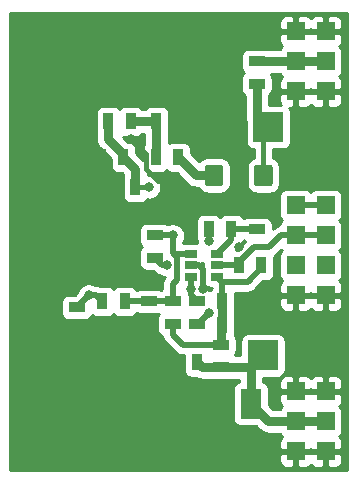
<source format=gbr>
G04 #@! TF.GenerationSoftware,KiCad,Pcbnew,(6.0.0-rc1-dev-1606-g4cd41e394)*
G04 #@! TF.CreationDate,2019-02-20T22:55:41+01:00
G04 #@! TF.ProjectId,AIRDOSC01A_PCB01A,41495244-4f53-4433-9031-415f50434230,rev?*
G04 #@! TF.SameCoordinates,Original*
G04 #@! TF.FileFunction,Copper,L2,Bot*
G04 #@! TF.FilePolarity,Positive*
%FSLAX46Y46*%
G04 Gerber Fmt 4.6, Leading zero omitted, Abs format (unit mm)*
G04 Created by KiCad (PCBNEW (6.0.0-rc1-dev-1606-g4cd41e394)) date 20.02.2019 22:55:41*
%MOMM*%
%LPD*%
G04 APERTURE LIST*
%ADD10R,1.524000X1.524000*%
%ADD11R,2.550160X2.499360*%
%ADD12R,0.889000X1.397000*%
%ADD13R,1.397000X0.889000*%
%ADD14C,1.500000*%
%ADD15C,1.300000*%
%ADD16C,1.575000*%
%ADD17R,1.800000X2.500000*%
%ADD18C,6.000000*%
%ADD19R,1.060000X0.650000*%
%ADD20C,0.800000*%
%ADD21C,0.800000*%
%ADD22C,0.400000*%
%ADD23C,0.500000*%
%ADD24C,0.254000*%
G04 APERTURE END LIST*
D10*
X27686000Y2540000D03*
X25146000Y2540000D03*
X25146000Y5080000D03*
X27686000Y5080000D03*
X25146000Y7620000D03*
X27686000Y7620000D03*
X27686000Y15748000D03*
X25146000Y15748000D03*
X27686000Y18288000D03*
X25146000Y18288000D03*
X27686000Y20828000D03*
X25146000Y20828000D03*
X27686000Y23368000D03*
X25146000Y23368000D03*
X27686000Y33020000D03*
X25146000Y33020000D03*
X27686000Y35560000D03*
X25146000Y35560000D03*
X27686000Y38100000D03*
X25146000Y38100000D03*
D11*
X22367240Y10668000D03*
X27416760Y10668000D03*
X22829520Y29987240D03*
X17780000Y29987240D03*
D12*
X10668000Y15240000D03*
X8763000Y15240000D03*
D13*
X12700000Y15240000D03*
X12700000Y13335000D03*
X14732000Y13335000D03*
X14732000Y15240000D03*
X16764000Y13335000D03*
X16764000Y15240000D03*
D12*
X18923000Y15240000D03*
X20828000Y15240000D03*
X18923000Y13208000D03*
X20828000Y13208000D03*
X16764000Y10096500D03*
X14859000Y10096500D03*
D13*
X18796000Y11557000D03*
X18796000Y9652000D03*
X6604000Y12827000D03*
X6604000Y14732000D03*
X13208000Y18923000D03*
X13208000Y20828000D03*
D12*
X22225000Y18288000D03*
X20320000Y18288000D03*
X17780000Y21336000D03*
X19685000Y21336000D03*
D13*
X21844000Y21336000D03*
X21844000Y23241000D03*
X21844000Y33655000D03*
X21844000Y35560000D03*
D12*
X10541000Y27432000D03*
X8636000Y27432000D03*
X11557000Y24892000D03*
X9652000Y24892000D03*
X13271500Y27432000D03*
X15176500Y27432000D03*
X13335000Y30480000D03*
X15240000Y30480000D03*
X9271000Y30480000D03*
X11176000Y30480000D03*
D14*
X20320000Y25908000D03*
D15*
G36*
X21070000Y27408000D02*
G01*
X21070000Y24408000D01*
X19570000Y24408000D01*
X19570000Y27408000D01*
X21070000Y27408000D01*
X21070000Y27408000D01*
G37*
G36*
X18794121Y26806794D02*
G01*
X18818430Y26803188D01*
X18842270Y26797217D01*
X18865408Y26788938D01*
X18887625Y26778430D01*
X18908704Y26765796D01*
X18928443Y26751156D01*
X18946652Y26734652D01*
X18963156Y26716443D01*
X18977796Y26696704D01*
X18990430Y26675625D01*
X19000938Y26653408D01*
X19009217Y26630270D01*
X19015188Y26606430D01*
X19018794Y26582121D01*
X19020000Y26557575D01*
X19020000Y25258425D01*
X19018794Y25233879D01*
X19015188Y25209570D01*
X19009217Y25185730D01*
X19000938Y25162592D01*
X18990430Y25140375D01*
X18977796Y25119296D01*
X18963156Y25099557D01*
X18946652Y25081348D01*
X18928443Y25064844D01*
X18908704Y25050204D01*
X18887625Y25037570D01*
X18865408Y25027062D01*
X18842270Y25018783D01*
X18818430Y25012812D01*
X18794121Y25009206D01*
X18769575Y25008000D01*
X17695425Y25008000D01*
X17670879Y25009206D01*
X17646570Y25012812D01*
X17622730Y25018783D01*
X17599592Y25027062D01*
X17577375Y25037570D01*
X17556296Y25050204D01*
X17536557Y25064844D01*
X17518348Y25081348D01*
X17501844Y25099557D01*
X17487204Y25119296D01*
X17474570Y25140375D01*
X17464062Y25162592D01*
X17455783Y25185730D01*
X17449812Y25209570D01*
X17446206Y25233879D01*
X17445000Y25258425D01*
X17445000Y26557575D01*
X17446206Y26582121D01*
X17449812Y26606430D01*
X17455783Y26630270D01*
X17464062Y26653408D01*
X17474570Y26675625D01*
X17487204Y26696704D01*
X17501844Y26716443D01*
X17518348Y26734652D01*
X17536557Y26751156D01*
X17556296Y26765796D01*
X17577375Y26778430D01*
X17599592Y26788938D01*
X17622730Y26797217D01*
X17646570Y26803188D01*
X17670879Y26806794D01*
X17695425Y26808000D01*
X18769575Y26808000D01*
X18794121Y26806794D01*
X18794121Y26806794D01*
G37*
D16*
X18232500Y25908000D03*
D15*
G36*
X22969505Y26806796D02*
G01*
X22993773Y26803196D01*
X23017572Y26797235D01*
X23040671Y26788970D01*
X23062850Y26778480D01*
X23083893Y26765868D01*
X23103599Y26751253D01*
X23121777Y26734777D01*
X23138253Y26716599D01*
X23152868Y26696893D01*
X23165480Y26675850D01*
X23175970Y26653671D01*
X23184235Y26630572D01*
X23190196Y26606773D01*
X23193796Y26582505D01*
X23195000Y26558001D01*
X23195000Y25257999D01*
X23193796Y25233495D01*
X23190196Y25209227D01*
X23184235Y25185428D01*
X23175970Y25162329D01*
X23165480Y25140150D01*
X23152868Y25119107D01*
X23138253Y25099401D01*
X23121777Y25081223D01*
X23103599Y25064747D01*
X23083893Y25050132D01*
X23062850Y25037520D01*
X23040671Y25027030D01*
X23017572Y25018765D01*
X22993773Y25012804D01*
X22969505Y25009204D01*
X22945001Y25008000D01*
X21869999Y25008000D01*
X21845495Y25009204D01*
X21821227Y25012804D01*
X21797428Y25018765D01*
X21774329Y25027030D01*
X21752150Y25037520D01*
X21731107Y25050132D01*
X21711401Y25064747D01*
X21693223Y25081223D01*
X21676747Y25099401D01*
X21662132Y25119107D01*
X21649520Y25140150D01*
X21639030Y25162329D01*
X21630765Y25185428D01*
X21624804Y25209227D01*
X21621204Y25233495D01*
X21620000Y25257999D01*
X21620000Y26558001D01*
X21621204Y26582505D01*
X21624804Y26606773D01*
X21630765Y26630572D01*
X21639030Y26653671D01*
X21649520Y26675850D01*
X21662132Y26696893D01*
X21676747Y26716599D01*
X21693223Y26734777D01*
X21711401Y26751253D01*
X21731107Y26765868D01*
X21752150Y26778480D01*
X21774329Y26788970D01*
X21797428Y26797235D01*
X21821227Y26803196D01*
X21845495Y26806796D01*
X21869999Y26808000D01*
X22945001Y26808000D01*
X22969505Y26806796D01*
X22969505Y26806796D01*
G37*
D16*
X22407500Y25908000D03*
D17*
X21336000Y6572000D03*
X21336000Y2572000D03*
D18*
X15240000Y5080000D03*
X15240000Y35560000D03*
D19*
X16256000Y17338000D03*
X16256000Y18288000D03*
X16256000Y19238000D03*
X18456000Y19238000D03*
X18456000Y17338000D03*
X18456000Y18288000D03*
D18*
X5080000Y5080000D03*
X5080000Y35560000D03*
D20*
X17272000Y16284502D03*
X13208000Y10160000D03*
X11684000Y10160000D03*
X10160000Y10160000D03*
X8636000Y10160000D03*
X7112000Y10160000D03*
X5588000Y10160000D03*
X22860000Y13208000D03*
X22860000Y14732000D03*
X27432000Y13208000D03*
X25908000Y13208000D03*
X24384000Y13208000D03*
X7112000Y27432000D03*
X7112000Y25908000D03*
X8128000Y24892000D03*
X19304000Y32512000D03*
X19304000Y34544000D03*
X19304000Y36068000D03*
X19304000Y38100000D03*
X19812000Y23368000D03*
X18288000Y23368000D03*
X16256000Y23368000D03*
X22860000Y16256000D03*
X7112000Y29464000D03*
X7112000Y30988000D03*
X20320000Y19812000D03*
X8636000Y13208000D03*
X10160000Y13208000D03*
X12700000Y11684000D03*
X25908000Y25908000D03*
X25908000Y27432000D03*
X25908000Y29464000D03*
X27940000Y29464000D03*
X27940000Y27432000D03*
X27940000Y25908000D03*
X9144000Y33020000D03*
X10668000Y33020000D03*
X14732000Y22860000D03*
X20828000Y38100000D03*
X22860000Y38100000D03*
X25908000Y30988000D03*
X27940000Y30988000D03*
X14732000Y25400000D03*
X11176000Y28956000D03*
X12700000Y24892000D03*
X14732000Y20828000D03*
X7620000Y15748000D03*
X17780000Y14224000D03*
X14224000Y18288000D03*
X16256000Y16256000D03*
X17780000Y20320000D03*
D21*
X21844000Y30972760D02*
X22829520Y29987240D01*
X21844000Y33655000D02*
X21844000Y30972760D01*
X22407500Y29565220D02*
X22829520Y29987240D01*
D22*
X22407500Y25908000D02*
X22407500Y29565220D01*
D23*
X17272000Y17987002D02*
X17272000Y16284502D01*
X16256000Y18288000D02*
X16971002Y18288000D01*
X16971002Y18288000D02*
X17272000Y17987002D01*
X14859000Y10096500D02*
X13271500Y10096500D01*
X13271500Y10096500D02*
X13208000Y10160000D01*
X11684000Y10160000D02*
X10160000Y10160000D01*
X8636000Y10160000D02*
X7112000Y10160000D01*
X20828000Y13208000D02*
X22860000Y13208000D01*
X27416760Y10668000D02*
X27416760Y13192760D01*
X27416760Y13192760D02*
X27432000Y13208000D01*
X25908000Y13208000D02*
X24384000Y13208000D01*
X8636000Y27432000D02*
X7112000Y27432000D01*
X7112000Y25908000D02*
X8128000Y24892000D01*
X17780000Y29987240D02*
X17780000Y30988000D01*
X17780000Y30988000D02*
X19304000Y32512000D01*
X19304000Y34544000D02*
X19304000Y36068000D01*
X21844000Y23241000D02*
X19939000Y23241000D01*
X19939000Y23241000D02*
X19812000Y23368000D01*
X18288000Y23368000D02*
X16256000Y23368000D01*
X22860000Y14732000D02*
X22860000Y16256000D01*
X7112000Y27432000D02*
X7112000Y29464000D01*
D22*
X12426999Y27705001D02*
X11176000Y28956000D01*
X12426999Y26413499D02*
X12426999Y27705001D01*
X14732000Y25400000D02*
X13440498Y25400000D01*
X13440498Y25400000D02*
X12426999Y26413499D01*
D21*
X16700500Y25908000D02*
X15176500Y27432000D01*
X18232500Y25908000D02*
X16700500Y25908000D01*
X27686000Y5080000D02*
X25146000Y5080000D01*
X22828000Y5080000D02*
X21336000Y6572000D01*
X25146000Y5080000D02*
X22828000Y5080000D01*
X21336000Y9636760D02*
X22367240Y10668000D01*
X21336000Y6572000D02*
X21336000Y9636760D01*
X21351240Y9652000D02*
X22367240Y10668000D01*
X18796000Y9652000D02*
X21351240Y9652000D01*
X17208500Y9652000D02*
X16764000Y10096500D01*
X18796000Y9652000D02*
X17208500Y9652000D01*
X13335000Y27495500D02*
X13271500Y27432000D01*
X13335000Y30480000D02*
X13335000Y27495500D01*
X11176000Y30480000D02*
X13335000Y30480000D01*
X10541000Y27686000D02*
X10541000Y27432000D01*
X9271000Y28956000D02*
X10541000Y27686000D01*
X9271000Y30480000D02*
X9271000Y28956000D01*
X11557000Y26416000D02*
X11557000Y24892000D01*
X10541000Y27432000D02*
X11557000Y26416000D01*
D22*
X12700000Y24892000D02*
X11557000Y24892000D01*
D21*
X18796000Y13081000D02*
X18923000Y13208000D01*
X18796000Y11557000D02*
X18796000Y13081000D01*
X18923000Y13208000D02*
X18923000Y15240000D01*
D23*
X18923000Y16871000D02*
X18456000Y17338000D01*
X18923000Y15240000D02*
X18923000Y16871000D01*
X22225000Y18034000D02*
X22225000Y18288000D01*
X21062000Y16871000D02*
X22225000Y18034000D01*
X18923000Y16871000D02*
X21062000Y16871000D01*
X17597500Y11557000D02*
X18796000Y11557000D01*
X15565500Y11557000D02*
X17597500Y11557000D01*
X14732000Y12390500D02*
X15565500Y11557000D01*
X14732000Y13335000D02*
X14732000Y12390500D01*
X13208000Y20828000D02*
X14732000Y20828000D01*
X27686000Y23368000D02*
X25146000Y23368000D01*
X14798000Y19238000D02*
X14732000Y19304000D01*
X16256000Y19238000D02*
X14798000Y19238000D01*
X14732000Y20828000D02*
X14732000Y19304000D01*
X15074001Y18961999D02*
X14732000Y19304000D01*
X15074001Y17034501D02*
X15074001Y18961999D01*
X10668000Y15240000D02*
X12700000Y15240000D01*
X12700000Y15240000D02*
X14732000Y15240000D01*
X14732000Y16692500D02*
X15074001Y17034501D01*
X14732000Y15240000D02*
X14732000Y16692500D01*
X8255000Y15748000D02*
X8763000Y15240000D01*
X7620000Y15748000D02*
X8255000Y15748000D01*
X6604000Y14732000D02*
X7620000Y15748000D01*
D21*
X27686000Y35560000D02*
X25146000Y35560000D01*
X25146000Y35560000D02*
X21844000Y35560000D01*
D23*
X16764000Y13335000D02*
X16891000Y13335000D01*
X16891000Y13335000D02*
X17780000Y14224000D01*
X18456000Y18288000D02*
X20320000Y18288000D01*
X27686000Y20828000D02*
X25146000Y20828000D01*
X25146000Y20828000D02*
X23884000Y20828000D01*
X21582000Y19804000D02*
X22860000Y19804000D01*
X20320000Y18542000D02*
X21582000Y19804000D01*
X20320000Y18288000D02*
X20320000Y18542000D01*
X23884000Y20828000D02*
X22860000Y19804000D01*
X13843000Y18288000D02*
X13208000Y18923000D01*
X14224000Y18288000D02*
X13843000Y18288000D01*
X19685000Y20467000D02*
X19685000Y21336000D01*
X18456000Y19238000D02*
X19685000Y20467000D01*
X19685000Y21336000D02*
X21844000Y21336000D01*
X16256000Y15748000D02*
X16764000Y15240000D01*
X16256000Y17338000D02*
X16256000Y16256000D01*
X16256000Y16256000D02*
X16256000Y15748000D01*
X17780000Y20320000D02*
X17780000Y21336000D01*
D24*
G36*
X29516000Y964000D02*
G01*
X950247Y964000D01*
X950697Y2254250D01*
X23749000Y2254250D01*
X23749000Y1715458D01*
X23773403Y1592777D01*
X23821270Y1477215D01*
X23890763Y1373211D01*
X23979211Y1284763D01*
X24083215Y1215270D01*
X24198777Y1167403D01*
X24321458Y1143000D01*
X24860250Y1143000D01*
X25019000Y1301750D01*
X25019000Y2413000D01*
X25273000Y2413000D01*
X25273000Y1301750D01*
X25431750Y1143000D01*
X25970542Y1143000D01*
X26093223Y1167403D01*
X26208785Y1215270D01*
X26312789Y1284763D01*
X26401237Y1373211D01*
X26416000Y1395305D01*
X26430763Y1373211D01*
X26519211Y1284763D01*
X26623215Y1215270D01*
X26738777Y1167403D01*
X26861458Y1143000D01*
X27400250Y1143000D01*
X27559000Y1301750D01*
X27559000Y2413000D01*
X27813000Y2413000D01*
X27813000Y1301750D01*
X27971750Y1143000D01*
X28510542Y1143000D01*
X28633223Y1167403D01*
X28748785Y1215270D01*
X28852789Y1284763D01*
X28941237Y1373211D01*
X29010730Y1477215D01*
X29058597Y1592777D01*
X29083000Y1715458D01*
X29083000Y2254250D01*
X28924250Y2413000D01*
X27813000Y2413000D01*
X27559000Y2413000D01*
X26447750Y2413000D01*
X26416000Y2381250D01*
X26384250Y2413000D01*
X25273000Y2413000D01*
X25019000Y2413000D01*
X23907750Y2413000D01*
X23749000Y2254250D01*
X950697Y2254250D01*
X955205Y15176500D01*
X5267428Y15176500D01*
X5267428Y14287500D01*
X5279688Y14163018D01*
X5315998Y14043320D01*
X5374963Y13933006D01*
X5454315Y13836315D01*
X5551006Y13756963D01*
X5661320Y13697998D01*
X5781018Y13661688D01*
X5905500Y13649428D01*
X7302500Y13649428D01*
X7426982Y13661688D01*
X7546680Y13697998D01*
X7656994Y13756963D01*
X7753685Y13836315D01*
X7833037Y13933006D01*
X7892002Y14043320D01*
X7898495Y14064726D01*
X7964006Y14010963D01*
X8074320Y13951998D01*
X8194018Y13915688D01*
X8318500Y13903428D01*
X9207500Y13903428D01*
X9331982Y13915688D01*
X9451680Y13951998D01*
X9561994Y14010963D01*
X9658685Y14090315D01*
X9715500Y14159544D01*
X9772315Y14090315D01*
X9869006Y14010963D01*
X9979320Y13951998D01*
X10099018Y13915688D01*
X10223500Y13903428D01*
X11112500Y13903428D01*
X11236982Y13915688D01*
X11356680Y13951998D01*
X11466994Y14010963D01*
X11563685Y14090315D01*
X11643037Y14187006D01*
X11676329Y14249289D01*
X11757320Y14205998D01*
X11877018Y14169688D01*
X12001500Y14157428D01*
X13398500Y14157428D01*
X13522982Y14169688D01*
X13535330Y14173434D01*
X13502963Y14133994D01*
X13443998Y14023680D01*
X13407688Y13903982D01*
X13395428Y13779500D01*
X13395428Y12890500D01*
X13407688Y12766018D01*
X13443998Y12646320D01*
X13502963Y12536006D01*
X13582315Y12439315D01*
X13679006Y12359963D01*
X13789320Y12300998D01*
X13853449Y12281545D01*
X13859805Y12217010D01*
X13910412Y12050187D01*
X13992590Y11896441D01*
X14075468Y11795454D01*
X14075471Y11795451D01*
X14103184Y11761683D01*
X14136951Y11733971D01*
X14908970Y10961951D01*
X14936683Y10928183D01*
X14970451Y10900470D01*
X14970453Y10900468D01*
X15014520Y10864303D01*
X15071441Y10817589D01*
X15225187Y10735411D01*
X15392010Y10684805D01*
X15522023Y10672000D01*
X15522033Y10672000D01*
X15565499Y10667719D01*
X15608966Y10672000D01*
X15681428Y10672000D01*
X15681428Y9398000D01*
X15693688Y9273518D01*
X15729998Y9153820D01*
X15788963Y9043506D01*
X15868315Y8946815D01*
X15965006Y8867463D01*
X16075320Y8808498D01*
X16195018Y8772188D01*
X16319500Y8759928D01*
X16681849Y8759928D01*
X16810507Y8691159D01*
X17005605Y8631976D01*
X17157662Y8617000D01*
X17157664Y8617000D01*
X17208500Y8611993D01*
X17259335Y8617000D01*
X17856610Y8617000D01*
X17973018Y8581688D01*
X18097500Y8569428D01*
X19494500Y8569428D01*
X19618982Y8581688D01*
X19735390Y8617000D01*
X20301001Y8617000D01*
X20301001Y8444622D01*
X20191820Y8411502D01*
X20081506Y8352537D01*
X19984815Y8273185D01*
X19905463Y8176494D01*
X19846498Y8066180D01*
X19810188Y7946482D01*
X19797928Y7822000D01*
X19797928Y5322000D01*
X19810188Y5197518D01*
X19846498Y5077820D01*
X19905463Y4967506D01*
X19984815Y4870815D01*
X20081506Y4791463D01*
X20191820Y4732498D01*
X20311518Y4696188D01*
X20436000Y4683928D01*
X21760361Y4683928D01*
X22060197Y4384092D01*
X22092604Y4344604D01*
X22132092Y4312197D01*
X22250202Y4215266D01*
X22346309Y4163896D01*
X22430007Y4119159D01*
X22625105Y4059976D01*
X22777162Y4045000D01*
X22777165Y4045000D01*
X22828000Y4039993D01*
X22878835Y4045000D01*
X23809903Y4045000D01*
X23853463Y3963506D01*
X23932815Y3866815D01*
X24001713Y3810272D01*
X23979211Y3795237D01*
X23890763Y3706789D01*
X23821270Y3602785D01*
X23773403Y3487223D01*
X23749000Y3364542D01*
X23749000Y2825750D01*
X23907750Y2667000D01*
X25019000Y2667000D01*
X25019000Y2687000D01*
X25273000Y2687000D01*
X25273000Y2667000D01*
X26384250Y2667000D01*
X26416000Y2698750D01*
X26447750Y2667000D01*
X27559000Y2667000D01*
X27559000Y2687000D01*
X27813000Y2687000D01*
X27813000Y2667000D01*
X28924250Y2667000D01*
X29083000Y2825750D01*
X29083000Y3364542D01*
X29058597Y3487223D01*
X29010730Y3602785D01*
X28941237Y3706789D01*
X28852789Y3795237D01*
X28830287Y3810272D01*
X28899185Y3866815D01*
X28978537Y3963506D01*
X29037502Y4073820D01*
X29073812Y4193518D01*
X29086072Y4318000D01*
X29086072Y5842000D01*
X29073812Y5966482D01*
X29037502Y6086180D01*
X28978537Y6196494D01*
X28899185Y6293185D01*
X28830287Y6349728D01*
X28852789Y6364763D01*
X28941237Y6453211D01*
X29010730Y6557215D01*
X29058597Y6672777D01*
X29083000Y6795458D01*
X29083000Y7334250D01*
X28924250Y7493000D01*
X27813000Y7493000D01*
X27813000Y7473000D01*
X27559000Y7473000D01*
X27559000Y7493000D01*
X26447750Y7493000D01*
X26416000Y7461250D01*
X26384250Y7493000D01*
X25273000Y7493000D01*
X25273000Y7473000D01*
X25019000Y7473000D01*
X25019000Y7493000D01*
X23907750Y7493000D01*
X23749000Y7334250D01*
X23749000Y6795458D01*
X23773403Y6672777D01*
X23821270Y6557215D01*
X23890763Y6453211D01*
X23979211Y6364763D01*
X24001713Y6349728D01*
X23932815Y6293185D01*
X23853463Y6196494D01*
X23809903Y6115000D01*
X23256711Y6115000D01*
X22874072Y6497639D01*
X22874072Y7822000D01*
X22861812Y7946482D01*
X22825502Y8066180D01*
X22766537Y8176494D01*
X22687185Y8273185D01*
X22590494Y8352537D01*
X22480180Y8411502D01*
X22371261Y8444542D01*
X23749000Y8444542D01*
X23749000Y7905750D01*
X23907750Y7747000D01*
X25019000Y7747000D01*
X25019000Y8858250D01*
X25273000Y8858250D01*
X25273000Y7747000D01*
X26384250Y7747000D01*
X26416000Y7778750D01*
X26447750Y7747000D01*
X27559000Y7747000D01*
X27559000Y8858250D01*
X27813000Y8858250D01*
X27813000Y7747000D01*
X28924250Y7747000D01*
X29083000Y7905750D01*
X29083000Y8444542D01*
X29058597Y8567223D01*
X29010730Y8682785D01*
X28941237Y8786789D01*
X28852789Y8875237D01*
X28748785Y8944730D01*
X28633223Y8992597D01*
X28510542Y9017000D01*
X27971750Y9017000D01*
X27813000Y8858250D01*
X27559000Y8858250D01*
X27400250Y9017000D01*
X26861458Y9017000D01*
X26738777Y8992597D01*
X26623215Y8944730D01*
X26519211Y8875237D01*
X26430763Y8786789D01*
X26416000Y8764695D01*
X26401237Y8786789D01*
X26312789Y8875237D01*
X26208785Y8944730D01*
X26093223Y8992597D01*
X25970542Y9017000D01*
X25431750Y9017000D01*
X25273000Y8858250D01*
X25019000Y8858250D01*
X24860250Y9017000D01*
X24321458Y9017000D01*
X24198777Y8992597D01*
X24083215Y8944730D01*
X23979211Y8875237D01*
X23890763Y8786789D01*
X23821270Y8682785D01*
X23773403Y8567223D01*
X23749000Y8444542D01*
X22371261Y8444542D01*
X22371000Y8444621D01*
X22371000Y8780248D01*
X23642320Y8780248D01*
X23766802Y8792508D01*
X23886500Y8828818D01*
X23996814Y8887783D01*
X24093505Y8967135D01*
X24172857Y9063826D01*
X24231822Y9174140D01*
X24268132Y9293838D01*
X24280392Y9418320D01*
X24280392Y11917680D01*
X24268132Y12042162D01*
X24231822Y12161860D01*
X24172857Y12272174D01*
X24093505Y12368865D01*
X23996814Y12448217D01*
X23886500Y12507182D01*
X23766802Y12543492D01*
X23642320Y12555752D01*
X21092160Y12555752D01*
X20967678Y12543492D01*
X20847980Y12507182D01*
X20737666Y12448217D01*
X20640975Y12368865D01*
X20561623Y12272174D01*
X20502658Y12161860D01*
X20466348Y12042162D01*
X20454088Y11917680D01*
X20454088Y10687000D01*
X19966764Y10687000D01*
X20025037Y10758006D01*
X20084002Y10868320D01*
X20120312Y10988018D01*
X20132572Y11112500D01*
X20132572Y12001500D01*
X20120312Y12125982D01*
X20084002Y12245680D01*
X20025037Y12355994D01*
X19994159Y12393619D01*
X20005572Y12509500D01*
X20005572Y13906500D01*
X19993312Y14030982D01*
X19958000Y14147390D01*
X19958000Y14300610D01*
X19993312Y14417018D01*
X20005572Y14541500D01*
X20005572Y15462250D01*
X23749000Y15462250D01*
X23749000Y14923458D01*
X23773403Y14800777D01*
X23821270Y14685215D01*
X23890763Y14581211D01*
X23979211Y14492763D01*
X24083215Y14423270D01*
X24198777Y14375403D01*
X24321458Y14351000D01*
X24860250Y14351000D01*
X25019000Y14509750D01*
X25019000Y15621000D01*
X25273000Y15621000D01*
X25273000Y14509750D01*
X25431750Y14351000D01*
X25970542Y14351000D01*
X26093223Y14375403D01*
X26208785Y14423270D01*
X26312789Y14492763D01*
X26401237Y14581211D01*
X26416000Y14603305D01*
X26430763Y14581211D01*
X26519211Y14492763D01*
X26623215Y14423270D01*
X26738777Y14375403D01*
X26861458Y14351000D01*
X27400250Y14351000D01*
X27559000Y14509750D01*
X27559000Y15621000D01*
X27813000Y15621000D01*
X27813000Y14509750D01*
X27971750Y14351000D01*
X28510542Y14351000D01*
X28633223Y14375403D01*
X28748785Y14423270D01*
X28852789Y14492763D01*
X28941237Y14581211D01*
X29010730Y14685215D01*
X29058597Y14800777D01*
X29083000Y14923458D01*
X29083000Y15462250D01*
X28924250Y15621000D01*
X27813000Y15621000D01*
X27559000Y15621000D01*
X26447750Y15621000D01*
X26416000Y15589250D01*
X26384250Y15621000D01*
X25273000Y15621000D01*
X25019000Y15621000D01*
X23907750Y15621000D01*
X23749000Y15462250D01*
X20005572Y15462250D01*
X20005572Y15938500D01*
X20000894Y15986000D01*
X21018531Y15986000D01*
X21062000Y15981719D01*
X21105469Y15986000D01*
X21105477Y15986000D01*
X21235490Y15998805D01*
X21402313Y16049411D01*
X21556059Y16131589D01*
X21690817Y16242183D01*
X21718534Y16275956D01*
X22394007Y16951428D01*
X22669500Y16951428D01*
X22793982Y16963688D01*
X22913680Y16999998D01*
X23023994Y17058963D01*
X23120685Y17138315D01*
X23200037Y17235006D01*
X23259002Y17345320D01*
X23295312Y17465018D01*
X23307572Y17589500D01*
X23307572Y18986500D01*
X23302591Y19037079D01*
X23354059Y19064589D01*
X23488817Y19175183D01*
X23516534Y19208956D01*
X23928117Y19620539D01*
X23932815Y19614815D01*
X24002044Y19558000D01*
X23932815Y19501185D01*
X23853463Y19404494D01*
X23794498Y19294180D01*
X23758188Y19174482D01*
X23745928Y19050000D01*
X23745928Y17526000D01*
X23758188Y17401518D01*
X23794498Y17281820D01*
X23853463Y17171506D01*
X23932815Y17074815D01*
X24001713Y17018272D01*
X23979211Y17003237D01*
X23890763Y16914789D01*
X23821270Y16810785D01*
X23773403Y16695223D01*
X23749000Y16572542D01*
X23749000Y16033750D01*
X23907750Y15875000D01*
X25019000Y15875000D01*
X25019000Y15895000D01*
X25273000Y15895000D01*
X25273000Y15875000D01*
X26384250Y15875000D01*
X26416000Y15906750D01*
X26447750Y15875000D01*
X27559000Y15875000D01*
X27559000Y15895000D01*
X27813000Y15895000D01*
X27813000Y15875000D01*
X28924250Y15875000D01*
X29083000Y16033750D01*
X29083000Y16572542D01*
X29058597Y16695223D01*
X29010730Y16810785D01*
X28941237Y16914789D01*
X28852789Y17003237D01*
X28830287Y17018272D01*
X28899185Y17074815D01*
X28978537Y17171506D01*
X29037502Y17281820D01*
X29073812Y17401518D01*
X29086072Y17526000D01*
X29086072Y19050000D01*
X29073812Y19174482D01*
X29037502Y19294180D01*
X28978537Y19404494D01*
X28899185Y19501185D01*
X28829956Y19558000D01*
X28899185Y19614815D01*
X28978537Y19711506D01*
X29037502Y19821820D01*
X29073812Y19941518D01*
X29086072Y20066000D01*
X29086072Y21590000D01*
X29073812Y21714482D01*
X29037502Y21834180D01*
X28978537Y21944494D01*
X28899185Y22041185D01*
X28829956Y22098000D01*
X28899185Y22154815D01*
X28978537Y22251506D01*
X29037502Y22361820D01*
X29073812Y22481518D01*
X29086072Y22606000D01*
X29086072Y24130000D01*
X29073812Y24254482D01*
X29037502Y24374180D01*
X28978537Y24484494D01*
X28899185Y24581185D01*
X28802494Y24660537D01*
X28692180Y24719502D01*
X28572482Y24755812D01*
X28448000Y24768072D01*
X26924000Y24768072D01*
X26799518Y24755812D01*
X26679820Y24719502D01*
X26569506Y24660537D01*
X26472815Y24581185D01*
X26416000Y24511956D01*
X26359185Y24581185D01*
X26262494Y24660537D01*
X26152180Y24719502D01*
X26032482Y24755812D01*
X25908000Y24768072D01*
X24384000Y24768072D01*
X24259518Y24755812D01*
X24139820Y24719502D01*
X24029506Y24660537D01*
X23932815Y24581185D01*
X23853463Y24484494D01*
X23794498Y24374180D01*
X23758188Y24254482D01*
X23745928Y24130000D01*
X23745928Y22606000D01*
X23758188Y22481518D01*
X23794498Y22361820D01*
X23853463Y22251506D01*
X23932815Y22154815D01*
X24002044Y22098000D01*
X23932815Y22041185D01*
X23853463Y21944494D01*
X23794498Y21834180D01*
X23758188Y21714482D01*
X23757234Y21704797D01*
X23710510Y21700195D01*
X23543686Y21649589D01*
X23389941Y21567411D01*
X23288953Y21484532D01*
X23288951Y21484530D01*
X23255183Y21456817D01*
X23227470Y21423049D01*
X23180572Y21376151D01*
X23180572Y21780500D01*
X23168312Y21904982D01*
X23132002Y22024680D01*
X23073037Y22134994D01*
X22993685Y22231685D01*
X22896994Y22311037D01*
X22786680Y22370002D01*
X22666982Y22406312D01*
X22542500Y22418572D01*
X21145500Y22418572D01*
X21021018Y22406312D01*
X20901320Y22370002D01*
X20791006Y22311037D01*
X20725495Y22257274D01*
X20719002Y22278680D01*
X20660037Y22388994D01*
X20580685Y22485685D01*
X20483994Y22565037D01*
X20373680Y22624002D01*
X20253982Y22660312D01*
X20129500Y22672572D01*
X19240500Y22672572D01*
X19116018Y22660312D01*
X18996320Y22624002D01*
X18886006Y22565037D01*
X18789315Y22485685D01*
X18732500Y22416456D01*
X18675685Y22485685D01*
X18578994Y22565037D01*
X18468680Y22624002D01*
X18348982Y22660312D01*
X18224500Y22672572D01*
X17335500Y22672572D01*
X17211018Y22660312D01*
X17091320Y22624002D01*
X16981006Y22565037D01*
X16884315Y22485685D01*
X16804963Y22388994D01*
X16745998Y22278680D01*
X16709688Y22158982D01*
X16697428Y22034500D01*
X16697428Y20637500D01*
X16709688Y20513018D01*
X16745000Y20396610D01*
X16745000Y20218061D01*
X16748379Y20201072D01*
X15726000Y20201072D01*
X15617000Y20190337D01*
X15617000Y20289546D01*
X15649205Y20337744D01*
X15727226Y20526102D01*
X15767000Y20726061D01*
X15767000Y20929939D01*
X15727226Y21129898D01*
X15649205Y21318256D01*
X15535937Y21487774D01*
X15391774Y21631937D01*
X15222256Y21745205D01*
X15033898Y21823226D01*
X14833939Y21863000D01*
X14630061Y21863000D01*
X14430102Y21823226D01*
X14301369Y21769903D01*
X14260994Y21803037D01*
X14150680Y21862002D01*
X14030982Y21898312D01*
X13906500Y21910572D01*
X12509500Y21910572D01*
X12385018Y21898312D01*
X12265320Y21862002D01*
X12155006Y21803037D01*
X12058315Y21723685D01*
X11978963Y21626994D01*
X11919998Y21516680D01*
X11883688Y21396982D01*
X11871428Y21272500D01*
X11871428Y20383500D01*
X11883688Y20259018D01*
X11919998Y20139320D01*
X11978963Y20029006D01*
X12058315Y19932315D01*
X12127544Y19875500D01*
X12058315Y19818685D01*
X11978963Y19721994D01*
X11919998Y19611680D01*
X11883688Y19491982D01*
X11871428Y19367500D01*
X11871428Y18478500D01*
X11883688Y18354018D01*
X11919998Y18234320D01*
X11978963Y18124006D01*
X12058315Y18027315D01*
X12155006Y17947963D01*
X12265320Y17888998D01*
X12385018Y17852688D01*
X12509500Y17840428D01*
X13038993Y17840428D01*
X13186470Y17692951D01*
X13214183Y17659183D01*
X13247951Y17631470D01*
X13247953Y17631468D01*
X13348941Y17548589D01*
X13502686Y17466411D01*
X13616416Y17431911D01*
X13663780Y17417543D01*
X13733744Y17370795D01*
X13922102Y17292774D01*
X14057634Y17265815D01*
X13992590Y17186559D01*
X13910412Y17032813D01*
X13859805Y16865990D01*
X13842719Y16692500D01*
X13847001Y16649021D01*
X13847001Y16291499D01*
X13789320Y16274002D01*
X13716000Y16234811D01*
X13642680Y16274002D01*
X13522982Y16310312D01*
X13398500Y16322572D01*
X12001500Y16322572D01*
X11877018Y16310312D01*
X11757320Y16274002D01*
X11676329Y16230711D01*
X11643037Y16292994D01*
X11563685Y16389685D01*
X11466994Y16469037D01*
X11356680Y16528002D01*
X11236982Y16564312D01*
X11112500Y16576572D01*
X10223500Y16576572D01*
X10099018Y16564312D01*
X9979320Y16528002D01*
X9869006Y16469037D01*
X9772315Y16389685D01*
X9715500Y16320456D01*
X9658685Y16389685D01*
X9561994Y16469037D01*
X9451680Y16528002D01*
X9331982Y16564312D01*
X9207500Y16576572D01*
X8572293Y16576572D01*
X8428490Y16620195D01*
X8298477Y16633000D01*
X8298469Y16633000D01*
X8255000Y16637281D01*
X8211531Y16633000D01*
X8158454Y16633000D01*
X8110256Y16665205D01*
X7921898Y16743226D01*
X7721939Y16783000D01*
X7518061Y16783000D01*
X7318102Y16743226D01*
X7129744Y16665205D01*
X6960226Y16551937D01*
X6816063Y16407774D01*
X6702795Y16238256D01*
X6624774Y16049898D01*
X6613465Y15993044D01*
X6434994Y15814572D01*
X5905500Y15814572D01*
X5781018Y15802312D01*
X5661320Y15766002D01*
X5551006Y15707037D01*
X5454315Y15627685D01*
X5374963Y15530994D01*
X5315998Y15420680D01*
X5279688Y15300982D01*
X5267428Y15176500D01*
X955205Y15176500D01*
X960787Y31178500D01*
X8188428Y31178500D01*
X8188428Y29781500D01*
X8200688Y29657018D01*
X8236001Y29540608D01*
X8236001Y29006837D01*
X8230994Y28956000D01*
X8250977Y28753105D01*
X8310160Y28558007D01*
X8406266Y28378203D01*
X8500157Y28263797D01*
X8535605Y28220604D01*
X8575092Y28188198D01*
X9458428Y27304861D01*
X9458428Y26733500D01*
X9470688Y26609018D01*
X9506998Y26489320D01*
X9565963Y26379006D01*
X9645315Y26282315D01*
X9742006Y26202963D01*
X9852320Y26143998D01*
X9972018Y26107688D01*
X10096500Y26095428D01*
X10413861Y26095428D01*
X10522000Y25987289D01*
X10522000Y25831391D01*
X10486688Y25714982D01*
X10474428Y25590500D01*
X10474428Y24193500D01*
X10486688Y24069018D01*
X10522998Y23949320D01*
X10581963Y23839006D01*
X10661315Y23742315D01*
X10758006Y23662963D01*
X10868320Y23603998D01*
X10988018Y23567688D01*
X11112500Y23555428D01*
X12001500Y23555428D01*
X12125982Y23567688D01*
X12245680Y23603998D01*
X12355994Y23662963D01*
X12452685Y23742315D01*
X12532037Y23839006D01*
X12547076Y23867141D01*
X12598061Y23857000D01*
X12801939Y23857000D01*
X13001898Y23896774D01*
X13190256Y23974795D01*
X13359774Y24088063D01*
X13503937Y24232226D01*
X13617205Y24401744D01*
X13695226Y24590102D01*
X13735000Y24790061D01*
X13735000Y24993939D01*
X13695226Y25193898D01*
X13617205Y25382256D01*
X13503937Y25551774D01*
X13359774Y25695937D01*
X13190256Y25809205D01*
X13001898Y25887226D01*
X12801939Y25927000D01*
X12598061Y25927000D01*
X12592000Y25925794D01*
X12592000Y26141213D01*
X12702518Y26107688D01*
X12827000Y26095428D01*
X13716000Y26095428D01*
X13840482Y26107688D01*
X13960180Y26143998D01*
X14070494Y26202963D01*
X14167185Y26282315D01*
X14224000Y26351544D01*
X14280815Y26282315D01*
X14377506Y26202963D01*
X14487820Y26143998D01*
X14607518Y26107688D01*
X14732000Y26095428D01*
X15049362Y26095428D01*
X15932697Y25212092D01*
X15965104Y25172604D01*
X16122703Y25043266D01*
X16302507Y24947159D01*
X16497605Y24887976D01*
X16649662Y24873000D01*
X16649671Y24873000D01*
X16700499Y24867994D01*
X16751327Y24873000D01*
X16898834Y24873000D01*
X16956667Y24764803D01*
X17067163Y24630163D01*
X17201803Y24519667D01*
X17355412Y24437561D01*
X17522088Y24387000D01*
X17695425Y24369928D01*
X18769575Y24369928D01*
X18942912Y24387000D01*
X19109588Y24437561D01*
X19263197Y24519667D01*
X19397837Y24630163D01*
X19508333Y24764803D01*
X19590439Y24918412D01*
X19641000Y25085088D01*
X19658072Y25258425D01*
X19658072Y26557575D01*
X19641000Y26730912D01*
X19590439Y26897588D01*
X19508333Y27051197D01*
X19397837Y27185837D01*
X19263197Y27296333D01*
X19109588Y27378439D01*
X18942912Y27429000D01*
X18769575Y27446072D01*
X17695425Y27446072D01*
X17522088Y27429000D01*
X17355412Y27378439D01*
X17201803Y27296333D01*
X17067163Y27185837D01*
X16985672Y27086539D01*
X16259072Y27813138D01*
X16259072Y28130500D01*
X16246812Y28254982D01*
X16210502Y28374680D01*
X16151537Y28484994D01*
X16072185Y28581685D01*
X15975494Y28661037D01*
X15865180Y28720002D01*
X15745482Y28756312D01*
X15621000Y28768572D01*
X14732000Y28768572D01*
X14607518Y28756312D01*
X14487820Y28720002D01*
X14377506Y28661037D01*
X14370000Y28654877D01*
X14370000Y29540610D01*
X14405312Y29657018D01*
X14417572Y29781500D01*
X14417572Y31178500D01*
X14405312Y31302982D01*
X14369002Y31422680D01*
X14310037Y31532994D01*
X14230685Y31629685D01*
X14133994Y31709037D01*
X14023680Y31768002D01*
X13903982Y31804312D01*
X13779500Y31816572D01*
X12890500Y31816572D01*
X12766018Y31804312D01*
X12646320Y31768002D01*
X12536006Y31709037D01*
X12439315Y31629685D01*
X12359963Y31532994D01*
X12350345Y31515000D01*
X12160655Y31515000D01*
X12151037Y31532994D01*
X12071685Y31629685D01*
X11974994Y31709037D01*
X11864680Y31768002D01*
X11744982Y31804312D01*
X11620500Y31816572D01*
X10731500Y31816572D01*
X10607018Y31804312D01*
X10487320Y31768002D01*
X10377006Y31709037D01*
X10280315Y31629685D01*
X10223500Y31560456D01*
X10166685Y31629685D01*
X10069994Y31709037D01*
X9959680Y31768002D01*
X9839982Y31804312D01*
X9715500Y31816572D01*
X8826500Y31816572D01*
X8702018Y31804312D01*
X8582320Y31768002D01*
X8472006Y31709037D01*
X8375315Y31629685D01*
X8295963Y31532994D01*
X8236998Y31422680D01*
X8200688Y31302982D01*
X8188428Y31178500D01*
X960787Y31178500D01*
X962470Y36004500D01*
X20507428Y36004500D01*
X20507428Y35115500D01*
X20519688Y34991018D01*
X20555998Y34871320D01*
X20614963Y34761006D01*
X20694315Y34664315D01*
X20763544Y34607500D01*
X20694315Y34550685D01*
X20614963Y34453994D01*
X20555998Y34343680D01*
X20519688Y34223982D01*
X20507428Y34099500D01*
X20507428Y33210500D01*
X20519688Y33086018D01*
X20555998Y32966320D01*
X20614963Y32856006D01*
X20694315Y32759315D01*
X20791006Y32679963D01*
X20809000Y32670345D01*
X20809001Y31023598D01*
X20803994Y30972760D01*
X20823977Y30769865D01*
X20883160Y30574767D01*
X20916368Y30512638D01*
X20916368Y28737560D01*
X20928628Y28613078D01*
X20964938Y28493380D01*
X21023903Y28383066D01*
X21103255Y28286375D01*
X21199946Y28207023D01*
X21310260Y28148058D01*
X21429958Y28111748D01*
X21554440Y28099488D01*
X21572501Y28099488D01*
X21572500Y27391319D01*
X21530149Y27378472D01*
X21376613Y27296405D01*
X21242038Y27185962D01*
X21131595Y27051387D01*
X21049528Y26897851D01*
X20998992Y26731255D01*
X20981928Y26558001D01*
X20981928Y25257999D01*
X20998992Y25084745D01*
X21049528Y24918149D01*
X21131595Y24764613D01*
X21242038Y24630038D01*
X21376613Y24519595D01*
X21530149Y24437528D01*
X21696745Y24386992D01*
X21869999Y24369928D01*
X22945001Y24369928D01*
X23118255Y24386992D01*
X23284851Y24437528D01*
X23438387Y24519595D01*
X23572962Y24630038D01*
X23683405Y24764613D01*
X23765472Y24918149D01*
X23816008Y25084745D01*
X23833072Y25257999D01*
X23833072Y26558001D01*
X23816008Y26731255D01*
X23765472Y26897851D01*
X23683405Y27051387D01*
X23572962Y27185962D01*
X23438387Y27296405D01*
X23284851Y27378472D01*
X23242500Y27391319D01*
X23242500Y28099488D01*
X24104600Y28099488D01*
X24229082Y28111748D01*
X24348780Y28148058D01*
X24459094Y28207023D01*
X24555785Y28286375D01*
X24635137Y28383066D01*
X24694102Y28493380D01*
X24730412Y28613078D01*
X24742672Y28737560D01*
X24742672Y31236920D01*
X24730412Y31361402D01*
X24694102Y31481100D01*
X24635137Y31591414D01*
X24609215Y31623000D01*
X24860250Y31623000D01*
X25019000Y31781750D01*
X25019000Y32893000D01*
X25273000Y32893000D01*
X25273000Y31781750D01*
X25431750Y31623000D01*
X25970542Y31623000D01*
X26093223Y31647403D01*
X26208785Y31695270D01*
X26312789Y31764763D01*
X26401237Y31853211D01*
X26416000Y31875305D01*
X26430763Y31853211D01*
X26519211Y31764763D01*
X26623215Y31695270D01*
X26738777Y31647403D01*
X26861458Y31623000D01*
X27400250Y31623000D01*
X27559000Y31781750D01*
X27559000Y32893000D01*
X27813000Y32893000D01*
X27813000Y31781750D01*
X27971750Y31623000D01*
X28510542Y31623000D01*
X28633223Y31647403D01*
X28748785Y31695270D01*
X28852789Y31764763D01*
X28941237Y31853211D01*
X29010730Y31957215D01*
X29058597Y32072777D01*
X29083000Y32195458D01*
X29083000Y32734250D01*
X28924250Y32893000D01*
X27813000Y32893000D01*
X27559000Y32893000D01*
X26447750Y32893000D01*
X26416000Y32861250D01*
X26384250Y32893000D01*
X25273000Y32893000D01*
X25019000Y32893000D01*
X23907750Y32893000D01*
X23749000Y32734250D01*
X23749000Y32195458D01*
X23773403Y32072777D01*
X23821270Y31957215D01*
X23876209Y31874992D01*
X22879000Y31874992D01*
X22879000Y32670345D01*
X22896994Y32679963D01*
X22993685Y32759315D01*
X23073037Y32856006D01*
X23132002Y32966320D01*
X23168312Y33086018D01*
X23180572Y33210500D01*
X23180572Y34099500D01*
X23168312Y34223982D01*
X23132002Y34343680D01*
X23073037Y34453994D01*
X23014764Y34525000D01*
X23809903Y34525000D01*
X23853463Y34443506D01*
X23932815Y34346815D01*
X24001713Y34290272D01*
X23979211Y34275237D01*
X23890763Y34186789D01*
X23821270Y34082785D01*
X23773403Y33967223D01*
X23749000Y33844542D01*
X23749000Y33305750D01*
X23907750Y33147000D01*
X25019000Y33147000D01*
X25019000Y33167000D01*
X25273000Y33167000D01*
X25273000Y33147000D01*
X26384250Y33147000D01*
X26416000Y33178750D01*
X26447750Y33147000D01*
X27559000Y33147000D01*
X27559000Y33167000D01*
X27813000Y33167000D01*
X27813000Y33147000D01*
X28924250Y33147000D01*
X29083000Y33305750D01*
X29083000Y33844542D01*
X29058597Y33967223D01*
X29010730Y34082785D01*
X28941237Y34186789D01*
X28852789Y34275237D01*
X28830287Y34290272D01*
X28899185Y34346815D01*
X28978537Y34443506D01*
X29037502Y34553820D01*
X29073812Y34673518D01*
X29086072Y34798000D01*
X29086072Y36322000D01*
X29073812Y36446482D01*
X29037502Y36566180D01*
X28978537Y36676494D01*
X28899185Y36773185D01*
X28830287Y36829728D01*
X28852789Y36844763D01*
X28941237Y36933211D01*
X29010730Y37037215D01*
X29058597Y37152777D01*
X29083000Y37275458D01*
X29083000Y37814250D01*
X28924250Y37973000D01*
X27813000Y37973000D01*
X27813000Y37953000D01*
X27559000Y37953000D01*
X27559000Y37973000D01*
X26447750Y37973000D01*
X26416000Y37941250D01*
X26384250Y37973000D01*
X25273000Y37973000D01*
X25273000Y37953000D01*
X25019000Y37953000D01*
X25019000Y37973000D01*
X23907750Y37973000D01*
X23749000Y37814250D01*
X23749000Y37275458D01*
X23773403Y37152777D01*
X23821270Y37037215D01*
X23890763Y36933211D01*
X23979211Y36844763D01*
X24001713Y36829728D01*
X23932815Y36773185D01*
X23853463Y36676494D01*
X23809903Y36595000D01*
X22783390Y36595000D01*
X22666982Y36630312D01*
X22542500Y36642572D01*
X21145500Y36642572D01*
X21021018Y36630312D01*
X20901320Y36594002D01*
X20791006Y36535037D01*
X20694315Y36455685D01*
X20614963Y36358994D01*
X20555998Y36248680D01*
X20519688Y36128982D01*
X20507428Y36004500D01*
X962470Y36004500D01*
X963489Y38924542D01*
X23749000Y38924542D01*
X23749000Y38385750D01*
X23907750Y38227000D01*
X25019000Y38227000D01*
X25019000Y39338250D01*
X25273000Y39338250D01*
X25273000Y38227000D01*
X26384250Y38227000D01*
X26416000Y38258750D01*
X26447750Y38227000D01*
X27559000Y38227000D01*
X27559000Y39338250D01*
X27813000Y39338250D01*
X27813000Y38227000D01*
X28924250Y38227000D01*
X29083000Y38385750D01*
X29083000Y38924542D01*
X29058597Y39047223D01*
X29010730Y39162785D01*
X28941237Y39266789D01*
X28852789Y39355237D01*
X28748785Y39424730D01*
X28633223Y39472597D01*
X28510542Y39497000D01*
X27971750Y39497000D01*
X27813000Y39338250D01*
X27559000Y39338250D01*
X27400250Y39497000D01*
X26861458Y39497000D01*
X26738777Y39472597D01*
X26623215Y39424730D01*
X26519211Y39355237D01*
X26430763Y39266789D01*
X26416000Y39244695D01*
X26401237Y39266789D01*
X26312789Y39355237D01*
X26208785Y39424730D01*
X26093223Y39472597D01*
X25970542Y39497000D01*
X25431750Y39497000D01*
X25273000Y39338250D01*
X25019000Y39338250D01*
X24860250Y39497000D01*
X24321458Y39497000D01*
X24198777Y39472597D01*
X24083215Y39424730D01*
X23979211Y39355237D01*
X23890763Y39266789D01*
X23821270Y39162785D01*
X23773403Y39047223D01*
X23749000Y38924542D01*
X963489Y38924542D01*
X963752Y39676000D01*
X29516001Y39676000D01*
X29516000Y964000D01*
X29516000Y964000D01*
G37*
X29516000Y964000D02*
X950247Y964000D01*
X950697Y2254250D01*
X23749000Y2254250D01*
X23749000Y1715458D01*
X23773403Y1592777D01*
X23821270Y1477215D01*
X23890763Y1373211D01*
X23979211Y1284763D01*
X24083215Y1215270D01*
X24198777Y1167403D01*
X24321458Y1143000D01*
X24860250Y1143000D01*
X25019000Y1301750D01*
X25019000Y2413000D01*
X25273000Y2413000D01*
X25273000Y1301750D01*
X25431750Y1143000D01*
X25970542Y1143000D01*
X26093223Y1167403D01*
X26208785Y1215270D01*
X26312789Y1284763D01*
X26401237Y1373211D01*
X26416000Y1395305D01*
X26430763Y1373211D01*
X26519211Y1284763D01*
X26623215Y1215270D01*
X26738777Y1167403D01*
X26861458Y1143000D01*
X27400250Y1143000D01*
X27559000Y1301750D01*
X27559000Y2413000D01*
X27813000Y2413000D01*
X27813000Y1301750D01*
X27971750Y1143000D01*
X28510542Y1143000D01*
X28633223Y1167403D01*
X28748785Y1215270D01*
X28852789Y1284763D01*
X28941237Y1373211D01*
X29010730Y1477215D01*
X29058597Y1592777D01*
X29083000Y1715458D01*
X29083000Y2254250D01*
X28924250Y2413000D01*
X27813000Y2413000D01*
X27559000Y2413000D01*
X26447750Y2413000D01*
X26416000Y2381250D01*
X26384250Y2413000D01*
X25273000Y2413000D01*
X25019000Y2413000D01*
X23907750Y2413000D01*
X23749000Y2254250D01*
X950697Y2254250D01*
X955205Y15176500D01*
X5267428Y15176500D01*
X5267428Y14287500D01*
X5279688Y14163018D01*
X5315998Y14043320D01*
X5374963Y13933006D01*
X5454315Y13836315D01*
X5551006Y13756963D01*
X5661320Y13697998D01*
X5781018Y13661688D01*
X5905500Y13649428D01*
X7302500Y13649428D01*
X7426982Y13661688D01*
X7546680Y13697998D01*
X7656994Y13756963D01*
X7753685Y13836315D01*
X7833037Y13933006D01*
X7892002Y14043320D01*
X7898495Y14064726D01*
X7964006Y14010963D01*
X8074320Y13951998D01*
X8194018Y13915688D01*
X8318500Y13903428D01*
X9207500Y13903428D01*
X9331982Y13915688D01*
X9451680Y13951998D01*
X9561994Y14010963D01*
X9658685Y14090315D01*
X9715500Y14159544D01*
X9772315Y14090315D01*
X9869006Y14010963D01*
X9979320Y13951998D01*
X10099018Y13915688D01*
X10223500Y13903428D01*
X11112500Y13903428D01*
X11236982Y13915688D01*
X11356680Y13951998D01*
X11466994Y14010963D01*
X11563685Y14090315D01*
X11643037Y14187006D01*
X11676329Y14249289D01*
X11757320Y14205998D01*
X11877018Y14169688D01*
X12001500Y14157428D01*
X13398500Y14157428D01*
X13522982Y14169688D01*
X13535330Y14173434D01*
X13502963Y14133994D01*
X13443998Y14023680D01*
X13407688Y13903982D01*
X13395428Y13779500D01*
X13395428Y12890500D01*
X13407688Y12766018D01*
X13443998Y12646320D01*
X13502963Y12536006D01*
X13582315Y12439315D01*
X13679006Y12359963D01*
X13789320Y12300998D01*
X13853449Y12281545D01*
X13859805Y12217010D01*
X13910412Y12050187D01*
X13992590Y11896441D01*
X14075468Y11795454D01*
X14075471Y11795451D01*
X14103184Y11761683D01*
X14136951Y11733971D01*
X14908970Y10961951D01*
X14936683Y10928183D01*
X14970451Y10900470D01*
X14970453Y10900468D01*
X15014520Y10864303D01*
X15071441Y10817589D01*
X15225187Y10735411D01*
X15392010Y10684805D01*
X15522023Y10672000D01*
X15522033Y10672000D01*
X15565499Y10667719D01*
X15608966Y10672000D01*
X15681428Y10672000D01*
X15681428Y9398000D01*
X15693688Y9273518D01*
X15729998Y9153820D01*
X15788963Y9043506D01*
X15868315Y8946815D01*
X15965006Y8867463D01*
X16075320Y8808498D01*
X16195018Y8772188D01*
X16319500Y8759928D01*
X16681849Y8759928D01*
X16810507Y8691159D01*
X17005605Y8631976D01*
X17157662Y8617000D01*
X17157664Y8617000D01*
X17208500Y8611993D01*
X17259335Y8617000D01*
X17856610Y8617000D01*
X17973018Y8581688D01*
X18097500Y8569428D01*
X19494500Y8569428D01*
X19618982Y8581688D01*
X19735390Y8617000D01*
X20301001Y8617000D01*
X20301001Y8444622D01*
X20191820Y8411502D01*
X20081506Y8352537D01*
X19984815Y8273185D01*
X19905463Y8176494D01*
X19846498Y8066180D01*
X19810188Y7946482D01*
X19797928Y7822000D01*
X19797928Y5322000D01*
X19810188Y5197518D01*
X19846498Y5077820D01*
X19905463Y4967506D01*
X19984815Y4870815D01*
X20081506Y4791463D01*
X20191820Y4732498D01*
X20311518Y4696188D01*
X20436000Y4683928D01*
X21760361Y4683928D01*
X22060197Y4384092D01*
X22092604Y4344604D01*
X22132092Y4312197D01*
X22250202Y4215266D01*
X22346309Y4163896D01*
X22430007Y4119159D01*
X22625105Y4059976D01*
X22777162Y4045000D01*
X22777165Y4045000D01*
X22828000Y4039993D01*
X22878835Y4045000D01*
X23809903Y4045000D01*
X23853463Y3963506D01*
X23932815Y3866815D01*
X24001713Y3810272D01*
X23979211Y3795237D01*
X23890763Y3706789D01*
X23821270Y3602785D01*
X23773403Y3487223D01*
X23749000Y3364542D01*
X23749000Y2825750D01*
X23907750Y2667000D01*
X25019000Y2667000D01*
X25019000Y2687000D01*
X25273000Y2687000D01*
X25273000Y2667000D01*
X26384250Y2667000D01*
X26416000Y2698750D01*
X26447750Y2667000D01*
X27559000Y2667000D01*
X27559000Y2687000D01*
X27813000Y2687000D01*
X27813000Y2667000D01*
X28924250Y2667000D01*
X29083000Y2825750D01*
X29083000Y3364542D01*
X29058597Y3487223D01*
X29010730Y3602785D01*
X28941237Y3706789D01*
X28852789Y3795237D01*
X28830287Y3810272D01*
X28899185Y3866815D01*
X28978537Y3963506D01*
X29037502Y4073820D01*
X29073812Y4193518D01*
X29086072Y4318000D01*
X29086072Y5842000D01*
X29073812Y5966482D01*
X29037502Y6086180D01*
X28978537Y6196494D01*
X28899185Y6293185D01*
X28830287Y6349728D01*
X28852789Y6364763D01*
X28941237Y6453211D01*
X29010730Y6557215D01*
X29058597Y6672777D01*
X29083000Y6795458D01*
X29083000Y7334250D01*
X28924250Y7493000D01*
X27813000Y7493000D01*
X27813000Y7473000D01*
X27559000Y7473000D01*
X27559000Y7493000D01*
X26447750Y7493000D01*
X26416000Y7461250D01*
X26384250Y7493000D01*
X25273000Y7493000D01*
X25273000Y7473000D01*
X25019000Y7473000D01*
X25019000Y7493000D01*
X23907750Y7493000D01*
X23749000Y7334250D01*
X23749000Y6795458D01*
X23773403Y6672777D01*
X23821270Y6557215D01*
X23890763Y6453211D01*
X23979211Y6364763D01*
X24001713Y6349728D01*
X23932815Y6293185D01*
X23853463Y6196494D01*
X23809903Y6115000D01*
X23256711Y6115000D01*
X22874072Y6497639D01*
X22874072Y7822000D01*
X22861812Y7946482D01*
X22825502Y8066180D01*
X22766537Y8176494D01*
X22687185Y8273185D01*
X22590494Y8352537D01*
X22480180Y8411502D01*
X22371261Y8444542D01*
X23749000Y8444542D01*
X23749000Y7905750D01*
X23907750Y7747000D01*
X25019000Y7747000D01*
X25019000Y8858250D01*
X25273000Y8858250D01*
X25273000Y7747000D01*
X26384250Y7747000D01*
X26416000Y7778750D01*
X26447750Y7747000D01*
X27559000Y7747000D01*
X27559000Y8858250D01*
X27813000Y8858250D01*
X27813000Y7747000D01*
X28924250Y7747000D01*
X29083000Y7905750D01*
X29083000Y8444542D01*
X29058597Y8567223D01*
X29010730Y8682785D01*
X28941237Y8786789D01*
X28852789Y8875237D01*
X28748785Y8944730D01*
X28633223Y8992597D01*
X28510542Y9017000D01*
X27971750Y9017000D01*
X27813000Y8858250D01*
X27559000Y8858250D01*
X27400250Y9017000D01*
X26861458Y9017000D01*
X26738777Y8992597D01*
X26623215Y8944730D01*
X26519211Y8875237D01*
X26430763Y8786789D01*
X26416000Y8764695D01*
X26401237Y8786789D01*
X26312789Y8875237D01*
X26208785Y8944730D01*
X26093223Y8992597D01*
X25970542Y9017000D01*
X25431750Y9017000D01*
X25273000Y8858250D01*
X25019000Y8858250D01*
X24860250Y9017000D01*
X24321458Y9017000D01*
X24198777Y8992597D01*
X24083215Y8944730D01*
X23979211Y8875237D01*
X23890763Y8786789D01*
X23821270Y8682785D01*
X23773403Y8567223D01*
X23749000Y8444542D01*
X22371261Y8444542D01*
X22371000Y8444621D01*
X22371000Y8780248D01*
X23642320Y8780248D01*
X23766802Y8792508D01*
X23886500Y8828818D01*
X23996814Y8887783D01*
X24093505Y8967135D01*
X24172857Y9063826D01*
X24231822Y9174140D01*
X24268132Y9293838D01*
X24280392Y9418320D01*
X24280392Y11917680D01*
X24268132Y12042162D01*
X24231822Y12161860D01*
X24172857Y12272174D01*
X24093505Y12368865D01*
X23996814Y12448217D01*
X23886500Y12507182D01*
X23766802Y12543492D01*
X23642320Y12555752D01*
X21092160Y12555752D01*
X20967678Y12543492D01*
X20847980Y12507182D01*
X20737666Y12448217D01*
X20640975Y12368865D01*
X20561623Y12272174D01*
X20502658Y12161860D01*
X20466348Y12042162D01*
X20454088Y11917680D01*
X20454088Y10687000D01*
X19966764Y10687000D01*
X20025037Y10758006D01*
X20084002Y10868320D01*
X20120312Y10988018D01*
X20132572Y11112500D01*
X20132572Y12001500D01*
X20120312Y12125982D01*
X20084002Y12245680D01*
X20025037Y12355994D01*
X19994159Y12393619D01*
X20005572Y12509500D01*
X20005572Y13906500D01*
X19993312Y14030982D01*
X19958000Y14147390D01*
X19958000Y14300610D01*
X19993312Y14417018D01*
X20005572Y14541500D01*
X20005572Y15462250D01*
X23749000Y15462250D01*
X23749000Y14923458D01*
X23773403Y14800777D01*
X23821270Y14685215D01*
X23890763Y14581211D01*
X23979211Y14492763D01*
X24083215Y14423270D01*
X24198777Y14375403D01*
X24321458Y14351000D01*
X24860250Y14351000D01*
X25019000Y14509750D01*
X25019000Y15621000D01*
X25273000Y15621000D01*
X25273000Y14509750D01*
X25431750Y14351000D01*
X25970542Y14351000D01*
X26093223Y14375403D01*
X26208785Y14423270D01*
X26312789Y14492763D01*
X26401237Y14581211D01*
X26416000Y14603305D01*
X26430763Y14581211D01*
X26519211Y14492763D01*
X26623215Y14423270D01*
X26738777Y14375403D01*
X26861458Y14351000D01*
X27400250Y14351000D01*
X27559000Y14509750D01*
X27559000Y15621000D01*
X27813000Y15621000D01*
X27813000Y14509750D01*
X27971750Y14351000D01*
X28510542Y14351000D01*
X28633223Y14375403D01*
X28748785Y14423270D01*
X28852789Y14492763D01*
X28941237Y14581211D01*
X29010730Y14685215D01*
X29058597Y14800777D01*
X29083000Y14923458D01*
X29083000Y15462250D01*
X28924250Y15621000D01*
X27813000Y15621000D01*
X27559000Y15621000D01*
X26447750Y15621000D01*
X26416000Y15589250D01*
X26384250Y15621000D01*
X25273000Y15621000D01*
X25019000Y15621000D01*
X23907750Y15621000D01*
X23749000Y15462250D01*
X20005572Y15462250D01*
X20005572Y15938500D01*
X20000894Y15986000D01*
X21018531Y15986000D01*
X21062000Y15981719D01*
X21105469Y15986000D01*
X21105477Y15986000D01*
X21235490Y15998805D01*
X21402313Y16049411D01*
X21556059Y16131589D01*
X21690817Y16242183D01*
X21718534Y16275956D01*
X22394007Y16951428D01*
X22669500Y16951428D01*
X22793982Y16963688D01*
X22913680Y16999998D01*
X23023994Y17058963D01*
X23120685Y17138315D01*
X23200037Y17235006D01*
X23259002Y17345320D01*
X23295312Y17465018D01*
X23307572Y17589500D01*
X23307572Y18986500D01*
X23302591Y19037079D01*
X23354059Y19064589D01*
X23488817Y19175183D01*
X23516534Y19208956D01*
X23928117Y19620539D01*
X23932815Y19614815D01*
X24002044Y19558000D01*
X23932815Y19501185D01*
X23853463Y19404494D01*
X23794498Y19294180D01*
X23758188Y19174482D01*
X23745928Y19050000D01*
X23745928Y17526000D01*
X23758188Y17401518D01*
X23794498Y17281820D01*
X23853463Y17171506D01*
X23932815Y17074815D01*
X24001713Y17018272D01*
X23979211Y17003237D01*
X23890763Y16914789D01*
X23821270Y16810785D01*
X23773403Y16695223D01*
X23749000Y16572542D01*
X23749000Y16033750D01*
X23907750Y15875000D01*
X25019000Y15875000D01*
X25019000Y15895000D01*
X25273000Y15895000D01*
X25273000Y15875000D01*
X26384250Y15875000D01*
X26416000Y15906750D01*
X26447750Y15875000D01*
X27559000Y15875000D01*
X27559000Y15895000D01*
X27813000Y15895000D01*
X27813000Y15875000D01*
X28924250Y15875000D01*
X29083000Y16033750D01*
X29083000Y16572542D01*
X29058597Y16695223D01*
X29010730Y16810785D01*
X28941237Y16914789D01*
X28852789Y17003237D01*
X28830287Y17018272D01*
X28899185Y17074815D01*
X28978537Y17171506D01*
X29037502Y17281820D01*
X29073812Y17401518D01*
X29086072Y17526000D01*
X29086072Y19050000D01*
X29073812Y19174482D01*
X29037502Y19294180D01*
X28978537Y19404494D01*
X28899185Y19501185D01*
X28829956Y19558000D01*
X28899185Y19614815D01*
X28978537Y19711506D01*
X29037502Y19821820D01*
X29073812Y19941518D01*
X29086072Y20066000D01*
X29086072Y21590000D01*
X29073812Y21714482D01*
X29037502Y21834180D01*
X28978537Y21944494D01*
X28899185Y22041185D01*
X28829956Y22098000D01*
X28899185Y22154815D01*
X28978537Y22251506D01*
X29037502Y22361820D01*
X29073812Y22481518D01*
X29086072Y22606000D01*
X29086072Y24130000D01*
X29073812Y24254482D01*
X29037502Y24374180D01*
X28978537Y24484494D01*
X28899185Y24581185D01*
X28802494Y24660537D01*
X28692180Y24719502D01*
X28572482Y24755812D01*
X28448000Y24768072D01*
X26924000Y24768072D01*
X26799518Y24755812D01*
X26679820Y24719502D01*
X26569506Y24660537D01*
X26472815Y24581185D01*
X26416000Y24511956D01*
X26359185Y24581185D01*
X26262494Y24660537D01*
X26152180Y24719502D01*
X26032482Y24755812D01*
X25908000Y24768072D01*
X24384000Y24768072D01*
X24259518Y24755812D01*
X24139820Y24719502D01*
X24029506Y24660537D01*
X23932815Y24581185D01*
X23853463Y24484494D01*
X23794498Y24374180D01*
X23758188Y24254482D01*
X23745928Y24130000D01*
X23745928Y22606000D01*
X23758188Y22481518D01*
X23794498Y22361820D01*
X23853463Y22251506D01*
X23932815Y22154815D01*
X24002044Y22098000D01*
X23932815Y22041185D01*
X23853463Y21944494D01*
X23794498Y21834180D01*
X23758188Y21714482D01*
X23757234Y21704797D01*
X23710510Y21700195D01*
X23543686Y21649589D01*
X23389941Y21567411D01*
X23288953Y21484532D01*
X23288951Y21484530D01*
X23255183Y21456817D01*
X23227470Y21423049D01*
X23180572Y21376151D01*
X23180572Y21780500D01*
X23168312Y21904982D01*
X23132002Y22024680D01*
X23073037Y22134994D01*
X22993685Y22231685D01*
X22896994Y22311037D01*
X22786680Y22370002D01*
X22666982Y22406312D01*
X22542500Y22418572D01*
X21145500Y22418572D01*
X21021018Y22406312D01*
X20901320Y22370002D01*
X20791006Y22311037D01*
X20725495Y22257274D01*
X20719002Y22278680D01*
X20660037Y22388994D01*
X20580685Y22485685D01*
X20483994Y22565037D01*
X20373680Y22624002D01*
X20253982Y22660312D01*
X20129500Y22672572D01*
X19240500Y22672572D01*
X19116018Y22660312D01*
X18996320Y22624002D01*
X18886006Y22565037D01*
X18789315Y22485685D01*
X18732500Y22416456D01*
X18675685Y22485685D01*
X18578994Y22565037D01*
X18468680Y22624002D01*
X18348982Y22660312D01*
X18224500Y22672572D01*
X17335500Y22672572D01*
X17211018Y22660312D01*
X17091320Y22624002D01*
X16981006Y22565037D01*
X16884315Y22485685D01*
X16804963Y22388994D01*
X16745998Y22278680D01*
X16709688Y22158982D01*
X16697428Y22034500D01*
X16697428Y20637500D01*
X16709688Y20513018D01*
X16745000Y20396610D01*
X16745000Y20218061D01*
X16748379Y20201072D01*
X15726000Y20201072D01*
X15617000Y20190337D01*
X15617000Y20289546D01*
X15649205Y20337744D01*
X15727226Y20526102D01*
X15767000Y20726061D01*
X15767000Y20929939D01*
X15727226Y21129898D01*
X15649205Y21318256D01*
X15535937Y21487774D01*
X15391774Y21631937D01*
X15222256Y21745205D01*
X15033898Y21823226D01*
X14833939Y21863000D01*
X14630061Y21863000D01*
X14430102Y21823226D01*
X14301369Y21769903D01*
X14260994Y21803037D01*
X14150680Y21862002D01*
X14030982Y21898312D01*
X13906500Y21910572D01*
X12509500Y21910572D01*
X12385018Y21898312D01*
X12265320Y21862002D01*
X12155006Y21803037D01*
X12058315Y21723685D01*
X11978963Y21626994D01*
X11919998Y21516680D01*
X11883688Y21396982D01*
X11871428Y21272500D01*
X11871428Y20383500D01*
X11883688Y20259018D01*
X11919998Y20139320D01*
X11978963Y20029006D01*
X12058315Y19932315D01*
X12127544Y19875500D01*
X12058315Y19818685D01*
X11978963Y19721994D01*
X11919998Y19611680D01*
X11883688Y19491982D01*
X11871428Y19367500D01*
X11871428Y18478500D01*
X11883688Y18354018D01*
X11919998Y18234320D01*
X11978963Y18124006D01*
X12058315Y18027315D01*
X12155006Y17947963D01*
X12265320Y17888998D01*
X12385018Y17852688D01*
X12509500Y17840428D01*
X13038993Y17840428D01*
X13186470Y17692951D01*
X13214183Y17659183D01*
X13247951Y17631470D01*
X13247953Y17631468D01*
X13348941Y17548589D01*
X13502686Y17466411D01*
X13616416Y17431911D01*
X13663780Y17417543D01*
X13733744Y17370795D01*
X13922102Y17292774D01*
X14057634Y17265815D01*
X13992590Y17186559D01*
X13910412Y17032813D01*
X13859805Y16865990D01*
X13842719Y16692500D01*
X13847001Y16649021D01*
X13847001Y16291499D01*
X13789320Y16274002D01*
X13716000Y16234811D01*
X13642680Y16274002D01*
X13522982Y16310312D01*
X13398500Y16322572D01*
X12001500Y16322572D01*
X11877018Y16310312D01*
X11757320Y16274002D01*
X11676329Y16230711D01*
X11643037Y16292994D01*
X11563685Y16389685D01*
X11466994Y16469037D01*
X11356680Y16528002D01*
X11236982Y16564312D01*
X11112500Y16576572D01*
X10223500Y16576572D01*
X10099018Y16564312D01*
X9979320Y16528002D01*
X9869006Y16469037D01*
X9772315Y16389685D01*
X9715500Y16320456D01*
X9658685Y16389685D01*
X9561994Y16469037D01*
X9451680Y16528002D01*
X9331982Y16564312D01*
X9207500Y16576572D01*
X8572293Y16576572D01*
X8428490Y16620195D01*
X8298477Y16633000D01*
X8298469Y16633000D01*
X8255000Y16637281D01*
X8211531Y16633000D01*
X8158454Y16633000D01*
X8110256Y16665205D01*
X7921898Y16743226D01*
X7721939Y16783000D01*
X7518061Y16783000D01*
X7318102Y16743226D01*
X7129744Y16665205D01*
X6960226Y16551937D01*
X6816063Y16407774D01*
X6702795Y16238256D01*
X6624774Y16049898D01*
X6613465Y15993044D01*
X6434994Y15814572D01*
X5905500Y15814572D01*
X5781018Y15802312D01*
X5661320Y15766002D01*
X5551006Y15707037D01*
X5454315Y15627685D01*
X5374963Y15530994D01*
X5315998Y15420680D01*
X5279688Y15300982D01*
X5267428Y15176500D01*
X955205Y15176500D01*
X960787Y31178500D01*
X8188428Y31178500D01*
X8188428Y29781500D01*
X8200688Y29657018D01*
X8236001Y29540608D01*
X8236001Y29006837D01*
X8230994Y28956000D01*
X8250977Y28753105D01*
X8310160Y28558007D01*
X8406266Y28378203D01*
X8500157Y28263797D01*
X8535605Y28220604D01*
X8575092Y28188198D01*
X9458428Y27304861D01*
X9458428Y26733500D01*
X9470688Y26609018D01*
X9506998Y26489320D01*
X9565963Y26379006D01*
X9645315Y26282315D01*
X9742006Y26202963D01*
X9852320Y26143998D01*
X9972018Y26107688D01*
X10096500Y26095428D01*
X10413861Y26095428D01*
X10522000Y25987289D01*
X10522000Y25831391D01*
X10486688Y25714982D01*
X10474428Y25590500D01*
X10474428Y24193500D01*
X10486688Y24069018D01*
X10522998Y23949320D01*
X10581963Y23839006D01*
X10661315Y23742315D01*
X10758006Y23662963D01*
X10868320Y23603998D01*
X10988018Y23567688D01*
X11112500Y23555428D01*
X12001500Y23555428D01*
X12125982Y23567688D01*
X12245680Y23603998D01*
X12355994Y23662963D01*
X12452685Y23742315D01*
X12532037Y23839006D01*
X12547076Y23867141D01*
X12598061Y23857000D01*
X12801939Y23857000D01*
X13001898Y23896774D01*
X13190256Y23974795D01*
X13359774Y24088063D01*
X13503937Y24232226D01*
X13617205Y24401744D01*
X13695226Y24590102D01*
X13735000Y24790061D01*
X13735000Y24993939D01*
X13695226Y25193898D01*
X13617205Y25382256D01*
X13503937Y25551774D01*
X13359774Y25695937D01*
X13190256Y25809205D01*
X13001898Y25887226D01*
X12801939Y25927000D01*
X12598061Y25927000D01*
X12592000Y25925794D01*
X12592000Y26141213D01*
X12702518Y26107688D01*
X12827000Y26095428D01*
X13716000Y26095428D01*
X13840482Y26107688D01*
X13960180Y26143998D01*
X14070494Y26202963D01*
X14167185Y26282315D01*
X14224000Y26351544D01*
X14280815Y26282315D01*
X14377506Y26202963D01*
X14487820Y26143998D01*
X14607518Y26107688D01*
X14732000Y26095428D01*
X15049362Y26095428D01*
X15932697Y25212092D01*
X15965104Y25172604D01*
X16122703Y25043266D01*
X16302507Y24947159D01*
X16497605Y24887976D01*
X16649662Y24873000D01*
X16649671Y24873000D01*
X16700499Y24867994D01*
X16751327Y24873000D01*
X16898834Y24873000D01*
X16956667Y24764803D01*
X17067163Y24630163D01*
X17201803Y24519667D01*
X17355412Y24437561D01*
X17522088Y24387000D01*
X17695425Y24369928D01*
X18769575Y24369928D01*
X18942912Y24387000D01*
X19109588Y24437561D01*
X19263197Y24519667D01*
X19397837Y24630163D01*
X19508333Y24764803D01*
X19590439Y24918412D01*
X19641000Y25085088D01*
X19658072Y25258425D01*
X19658072Y26557575D01*
X19641000Y26730912D01*
X19590439Y26897588D01*
X19508333Y27051197D01*
X19397837Y27185837D01*
X19263197Y27296333D01*
X19109588Y27378439D01*
X18942912Y27429000D01*
X18769575Y27446072D01*
X17695425Y27446072D01*
X17522088Y27429000D01*
X17355412Y27378439D01*
X17201803Y27296333D01*
X17067163Y27185837D01*
X16985672Y27086539D01*
X16259072Y27813138D01*
X16259072Y28130500D01*
X16246812Y28254982D01*
X16210502Y28374680D01*
X16151537Y28484994D01*
X16072185Y28581685D01*
X15975494Y28661037D01*
X15865180Y28720002D01*
X15745482Y28756312D01*
X15621000Y28768572D01*
X14732000Y28768572D01*
X14607518Y28756312D01*
X14487820Y28720002D01*
X14377506Y28661037D01*
X14370000Y28654877D01*
X14370000Y29540610D01*
X14405312Y29657018D01*
X14417572Y29781500D01*
X14417572Y31178500D01*
X14405312Y31302982D01*
X14369002Y31422680D01*
X14310037Y31532994D01*
X14230685Y31629685D01*
X14133994Y31709037D01*
X14023680Y31768002D01*
X13903982Y31804312D01*
X13779500Y31816572D01*
X12890500Y31816572D01*
X12766018Y31804312D01*
X12646320Y31768002D01*
X12536006Y31709037D01*
X12439315Y31629685D01*
X12359963Y31532994D01*
X12350345Y31515000D01*
X12160655Y31515000D01*
X12151037Y31532994D01*
X12071685Y31629685D01*
X11974994Y31709037D01*
X11864680Y31768002D01*
X11744982Y31804312D01*
X11620500Y31816572D01*
X10731500Y31816572D01*
X10607018Y31804312D01*
X10487320Y31768002D01*
X10377006Y31709037D01*
X10280315Y31629685D01*
X10223500Y31560456D01*
X10166685Y31629685D01*
X10069994Y31709037D01*
X9959680Y31768002D01*
X9839982Y31804312D01*
X9715500Y31816572D01*
X8826500Y31816572D01*
X8702018Y31804312D01*
X8582320Y31768002D01*
X8472006Y31709037D01*
X8375315Y31629685D01*
X8295963Y31532994D01*
X8236998Y31422680D01*
X8200688Y31302982D01*
X8188428Y31178500D01*
X960787Y31178500D01*
X962470Y36004500D01*
X20507428Y36004500D01*
X20507428Y35115500D01*
X20519688Y34991018D01*
X20555998Y34871320D01*
X20614963Y34761006D01*
X20694315Y34664315D01*
X20763544Y34607500D01*
X20694315Y34550685D01*
X20614963Y34453994D01*
X20555998Y34343680D01*
X20519688Y34223982D01*
X20507428Y34099500D01*
X20507428Y33210500D01*
X20519688Y33086018D01*
X20555998Y32966320D01*
X20614963Y32856006D01*
X20694315Y32759315D01*
X20791006Y32679963D01*
X20809000Y32670345D01*
X20809001Y31023598D01*
X20803994Y30972760D01*
X20823977Y30769865D01*
X20883160Y30574767D01*
X20916368Y30512638D01*
X20916368Y28737560D01*
X20928628Y28613078D01*
X20964938Y28493380D01*
X21023903Y28383066D01*
X21103255Y28286375D01*
X21199946Y28207023D01*
X21310260Y28148058D01*
X21429958Y28111748D01*
X21554440Y28099488D01*
X21572501Y28099488D01*
X21572500Y27391319D01*
X21530149Y27378472D01*
X21376613Y27296405D01*
X21242038Y27185962D01*
X21131595Y27051387D01*
X21049528Y26897851D01*
X20998992Y26731255D01*
X20981928Y26558001D01*
X20981928Y25257999D01*
X20998992Y25084745D01*
X21049528Y24918149D01*
X21131595Y24764613D01*
X21242038Y24630038D01*
X21376613Y24519595D01*
X21530149Y24437528D01*
X21696745Y24386992D01*
X21869999Y24369928D01*
X22945001Y24369928D01*
X23118255Y24386992D01*
X23284851Y24437528D01*
X23438387Y24519595D01*
X23572962Y24630038D01*
X23683405Y24764613D01*
X23765472Y24918149D01*
X23816008Y25084745D01*
X23833072Y25257999D01*
X23833072Y26558001D01*
X23816008Y26731255D01*
X23765472Y26897851D01*
X23683405Y27051387D01*
X23572962Y27185962D01*
X23438387Y27296405D01*
X23284851Y27378472D01*
X23242500Y27391319D01*
X23242500Y28099488D01*
X24104600Y28099488D01*
X24229082Y28111748D01*
X24348780Y28148058D01*
X24459094Y28207023D01*
X24555785Y28286375D01*
X24635137Y28383066D01*
X24694102Y28493380D01*
X24730412Y28613078D01*
X24742672Y28737560D01*
X24742672Y31236920D01*
X24730412Y31361402D01*
X24694102Y31481100D01*
X24635137Y31591414D01*
X24609215Y31623000D01*
X24860250Y31623000D01*
X25019000Y31781750D01*
X25019000Y32893000D01*
X25273000Y32893000D01*
X25273000Y31781750D01*
X25431750Y31623000D01*
X25970542Y31623000D01*
X26093223Y31647403D01*
X26208785Y31695270D01*
X26312789Y31764763D01*
X26401237Y31853211D01*
X26416000Y31875305D01*
X26430763Y31853211D01*
X26519211Y31764763D01*
X26623215Y31695270D01*
X26738777Y31647403D01*
X26861458Y31623000D01*
X27400250Y31623000D01*
X27559000Y31781750D01*
X27559000Y32893000D01*
X27813000Y32893000D01*
X27813000Y31781750D01*
X27971750Y31623000D01*
X28510542Y31623000D01*
X28633223Y31647403D01*
X28748785Y31695270D01*
X28852789Y31764763D01*
X28941237Y31853211D01*
X29010730Y31957215D01*
X29058597Y32072777D01*
X29083000Y32195458D01*
X29083000Y32734250D01*
X28924250Y32893000D01*
X27813000Y32893000D01*
X27559000Y32893000D01*
X26447750Y32893000D01*
X26416000Y32861250D01*
X26384250Y32893000D01*
X25273000Y32893000D01*
X25019000Y32893000D01*
X23907750Y32893000D01*
X23749000Y32734250D01*
X23749000Y32195458D01*
X23773403Y32072777D01*
X23821270Y31957215D01*
X23876209Y31874992D01*
X22879000Y31874992D01*
X22879000Y32670345D01*
X22896994Y32679963D01*
X22993685Y32759315D01*
X23073037Y32856006D01*
X23132002Y32966320D01*
X23168312Y33086018D01*
X23180572Y33210500D01*
X23180572Y34099500D01*
X23168312Y34223982D01*
X23132002Y34343680D01*
X23073037Y34453994D01*
X23014764Y34525000D01*
X23809903Y34525000D01*
X23853463Y34443506D01*
X23932815Y34346815D01*
X24001713Y34290272D01*
X23979211Y34275237D01*
X23890763Y34186789D01*
X23821270Y34082785D01*
X23773403Y33967223D01*
X23749000Y33844542D01*
X23749000Y33305750D01*
X23907750Y33147000D01*
X25019000Y33147000D01*
X25019000Y33167000D01*
X25273000Y33167000D01*
X25273000Y33147000D01*
X26384250Y33147000D01*
X26416000Y33178750D01*
X26447750Y33147000D01*
X27559000Y33147000D01*
X27559000Y33167000D01*
X27813000Y33167000D01*
X27813000Y33147000D01*
X28924250Y33147000D01*
X29083000Y33305750D01*
X29083000Y33844542D01*
X29058597Y33967223D01*
X29010730Y34082785D01*
X28941237Y34186789D01*
X28852789Y34275237D01*
X28830287Y34290272D01*
X28899185Y34346815D01*
X28978537Y34443506D01*
X29037502Y34553820D01*
X29073812Y34673518D01*
X29086072Y34798000D01*
X29086072Y36322000D01*
X29073812Y36446482D01*
X29037502Y36566180D01*
X28978537Y36676494D01*
X28899185Y36773185D01*
X28830287Y36829728D01*
X28852789Y36844763D01*
X28941237Y36933211D01*
X29010730Y37037215D01*
X29058597Y37152777D01*
X29083000Y37275458D01*
X29083000Y37814250D01*
X28924250Y37973000D01*
X27813000Y37973000D01*
X27813000Y37953000D01*
X27559000Y37953000D01*
X27559000Y37973000D01*
X26447750Y37973000D01*
X26416000Y37941250D01*
X26384250Y37973000D01*
X25273000Y37973000D01*
X25273000Y37953000D01*
X25019000Y37953000D01*
X25019000Y37973000D01*
X23907750Y37973000D01*
X23749000Y37814250D01*
X23749000Y37275458D01*
X23773403Y37152777D01*
X23821270Y37037215D01*
X23890763Y36933211D01*
X23979211Y36844763D01*
X24001713Y36829728D01*
X23932815Y36773185D01*
X23853463Y36676494D01*
X23809903Y36595000D01*
X22783390Y36595000D01*
X22666982Y36630312D01*
X22542500Y36642572D01*
X21145500Y36642572D01*
X21021018Y36630312D01*
X20901320Y36594002D01*
X20791006Y36535037D01*
X20694315Y36455685D01*
X20614963Y36358994D01*
X20555998Y36248680D01*
X20519688Y36128982D01*
X20507428Y36004500D01*
X962470Y36004500D01*
X963489Y38924542D01*
X23749000Y38924542D01*
X23749000Y38385750D01*
X23907750Y38227000D01*
X25019000Y38227000D01*
X25019000Y39338250D01*
X25273000Y39338250D01*
X25273000Y38227000D01*
X26384250Y38227000D01*
X26416000Y38258750D01*
X26447750Y38227000D01*
X27559000Y38227000D01*
X27559000Y39338250D01*
X27813000Y39338250D01*
X27813000Y38227000D01*
X28924250Y38227000D01*
X29083000Y38385750D01*
X29083000Y38924542D01*
X29058597Y39047223D01*
X29010730Y39162785D01*
X28941237Y39266789D01*
X28852789Y39355237D01*
X28748785Y39424730D01*
X28633223Y39472597D01*
X28510542Y39497000D01*
X27971750Y39497000D01*
X27813000Y39338250D01*
X27559000Y39338250D01*
X27400250Y39497000D01*
X26861458Y39497000D01*
X26738777Y39472597D01*
X26623215Y39424730D01*
X26519211Y39355237D01*
X26430763Y39266789D01*
X26416000Y39244695D01*
X26401237Y39266789D01*
X26312789Y39355237D01*
X26208785Y39424730D01*
X26093223Y39472597D01*
X25970542Y39497000D01*
X25431750Y39497000D01*
X25273000Y39338250D01*
X25019000Y39338250D01*
X24860250Y39497000D01*
X24321458Y39497000D01*
X24198777Y39472597D01*
X24083215Y39424730D01*
X23979211Y39355237D01*
X23890763Y39266789D01*
X23821270Y39162785D01*
X23773403Y39047223D01*
X23749000Y38924542D01*
X963489Y38924542D01*
X963752Y39676000D01*
X29516001Y39676000D01*
X29516000Y964000D01*
G36*
X17395463Y16658506D02*
G01*
X17474815Y16561815D01*
X17571506Y16482463D01*
X17681820Y16423498D01*
X17801518Y16387188D01*
X17926000Y16374928D01*
X18015204Y16374928D01*
X17947963Y16292994D01*
X17888998Y16182680D01*
X17882505Y16161274D01*
X17816994Y16215037D01*
X17706680Y16274002D01*
X17586982Y16310312D01*
X17462500Y16322572D01*
X17291000Y16322572D01*
X17291000Y16357939D01*
X17251226Y16557898D01*
X17245438Y16571871D01*
X17316537Y16658506D01*
X17356000Y16732335D01*
X17395463Y16658506D01*
X17395463Y16658506D01*
G37*
X17395463Y16658506D02*
X17474815Y16561815D01*
X17571506Y16482463D01*
X17681820Y16423498D01*
X17801518Y16387188D01*
X17926000Y16374928D01*
X18015204Y16374928D01*
X17947963Y16292994D01*
X17888998Y16182680D01*
X17882505Y16161274D01*
X17816994Y16215037D01*
X17706680Y16274002D01*
X17586982Y16310312D01*
X17462500Y16322572D01*
X17291000Y16322572D01*
X17291000Y16357939D01*
X17251226Y16557898D01*
X17245438Y16571871D01*
X17316537Y16658506D01*
X17356000Y16732335D01*
X17395463Y16658506D01*
G36*
X17287928Y18052354D02*
G01*
X17237185Y18114185D01*
X17140494Y18193537D01*
X17030180Y18252502D01*
X16913159Y18288000D01*
X17030180Y18323498D01*
X17140494Y18382463D01*
X17237185Y18461815D01*
X17287928Y18523646D01*
X17287928Y18052354D01*
X17287928Y18052354D01*
G37*
X17287928Y18052354D02*
X17237185Y18114185D01*
X17140494Y18193537D01*
X17030180Y18252502D01*
X16913159Y18288000D01*
X17030180Y18323498D01*
X17140494Y18382463D01*
X17237185Y18461815D01*
X17287928Y18523646D01*
X17287928Y18052354D01*
G36*
X20791006Y20360963D02*
G01*
X20853813Y20327392D01*
X20150994Y19624572D01*
X20094151Y19624572D01*
X20280050Y19810471D01*
X20313817Y19838183D01*
X20362939Y19898037D01*
X20424410Y19972940D01*
X20424411Y19972941D01*
X20505465Y20124583D01*
X20580685Y20186315D01*
X20660037Y20283006D01*
X20719002Y20393320D01*
X20725495Y20414726D01*
X20791006Y20360963D01*
X20791006Y20360963D01*
G37*
X20791006Y20360963D02*
X20853813Y20327392D01*
X20150994Y19624572D01*
X20094151Y19624572D01*
X20280050Y19810471D01*
X20313817Y19838183D01*
X20362939Y19898037D01*
X20424410Y19972940D01*
X20424411Y19972941D01*
X20505465Y20124583D01*
X20580685Y20186315D01*
X20660037Y20283006D01*
X20719002Y20393320D01*
X20725495Y20414726D01*
X20791006Y20360963D01*
G36*
X12300001Y28489305D02*
G01*
X12296463Y28484994D01*
X12237498Y28374680D01*
X12201188Y28254982D01*
X12188928Y28130500D01*
X12188928Y27247783D01*
X11623572Y27813138D01*
X11623572Y28130500D01*
X11611312Y28254982D01*
X11575002Y28374680D01*
X11516037Y28484994D01*
X11436685Y28581685D01*
X11339994Y28661037D01*
X11229680Y28720002D01*
X11109982Y28756312D01*
X10985500Y28768572D01*
X10922139Y28768572D01*
X10503673Y29187037D01*
X10607018Y29155688D01*
X10731500Y29143428D01*
X11620500Y29143428D01*
X11744982Y29155688D01*
X11864680Y29191998D01*
X11974994Y29250963D01*
X12071685Y29330315D01*
X12151037Y29427006D01*
X12160655Y29445000D01*
X12300000Y29445000D01*
X12300001Y28489305D01*
X12300001Y28489305D01*
G37*
X12300001Y28489305D02*
X12296463Y28484994D01*
X12237498Y28374680D01*
X12201188Y28254982D01*
X12188928Y28130500D01*
X12188928Y27247783D01*
X11623572Y27813138D01*
X11623572Y28130500D01*
X11611312Y28254982D01*
X11575002Y28374680D01*
X11516037Y28484994D01*
X11436685Y28581685D01*
X11339994Y28661037D01*
X11229680Y28720002D01*
X11109982Y28756312D01*
X10985500Y28768572D01*
X10922139Y28768572D01*
X10503673Y29187037D01*
X10607018Y29155688D01*
X10731500Y29143428D01*
X11620500Y29143428D01*
X11744982Y29155688D01*
X11864680Y29191998D01*
X11974994Y29250963D01*
X12071685Y29330315D01*
X12151037Y29427006D01*
X12160655Y29445000D01*
X12300000Y29445000D01*
X12300001Y28489305D01*
M02*

</source>
